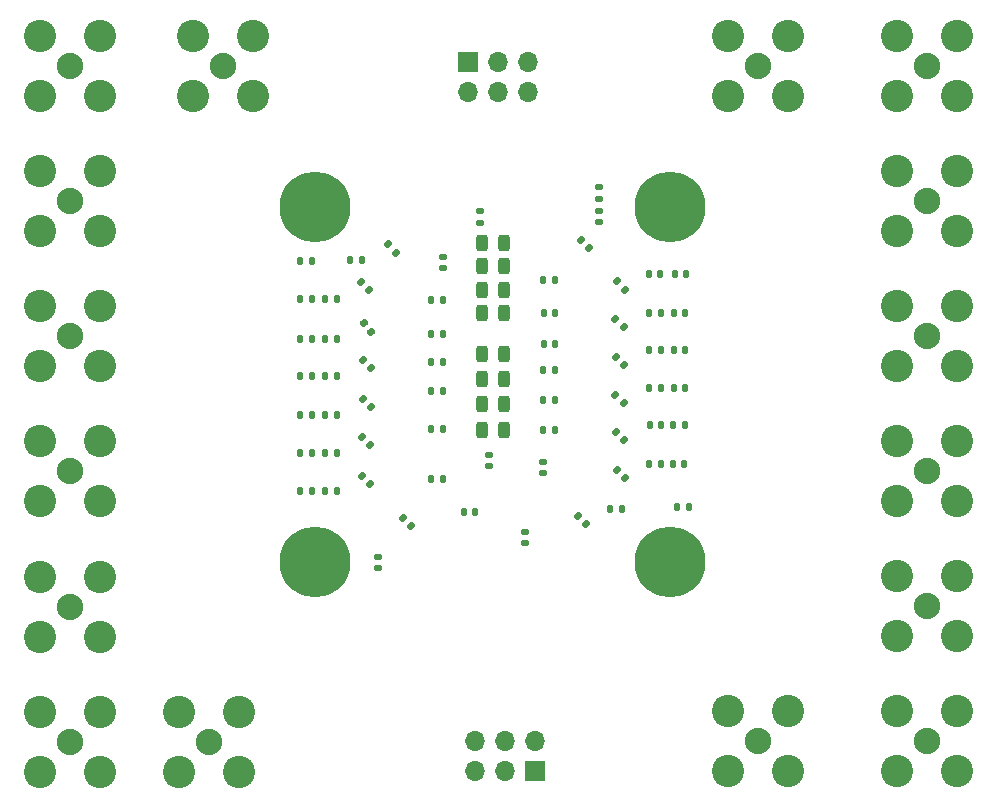
<source format=gbr>
%TF.GenerationSoftware,KiCad,Pcbnew,(6.0.1)*%
%TF.CreationDate,2022-02-22T23:19:08-05:00*%
%TF.ProjectId,sipm-linear-s14160,7369706d-2d6c-4696-9e65-61722d733134,rev?*%
%TF.SameCoordinates,Original*%
%TF.FileFunction,Soldermask,Bot*%
%TF.FilePolarity,Negative*%
%FSLAX46Y46*%
G04 Gerber Fmt 4.6, Leading zero omitted, Abs format (unit mm)*
G04 Created by KiCad (PCBNEW (6.0.1)) date 2022-02-22 23:19:08*
%MOMM*%
%LPD*%
G01*
G04 APERTURE LIST*
G04 Aperture macros list*
%AMRoundRect*
0 Rectangle with rounded corners*
0 $1 Rounding radius*
0 $2 $3 $4 $5 $6 $7 $8 $9 X,Y pos of 4 corners*
0 Add a 4 corners polygon primitive as box body*
4,1,4,$2,$3,$4,$5,$6,$7,$8,$9,$2,$3,0*
0 Add four circle primitives for the rounded corners*
1,1,$1+$1,$2,$3*
1,1,$1+$1,$4,$5*
1,1,$1+$1,$6,$7*
1,1,$1+$1,$8,$9*
0 Add four rect primitives between the rounded corners*
20,1,$1+$1,$2,$3,$4,$5,0*
20,1,$1+$1,$4,$5,$6,$7,0*
20,1,$1+$1,$6,$7,$8,$9,0*
20,1,$1+$1,$8,$9,$2,$3,0*%
G04 Aperture macros list end*
%ADD10C,2.240000*%
%ADD11C,2.740000*%
%ADD12C,6.000000*%
%ADD13RoundRect,0.147500X-0.172500X0.147500X-0.172500X-0.147500X0.172500X-0.147500X0.172500X0.147500X0*%
%ADD14RoundRect,0.147500X-0.147500X-0.172500X0.147500X-0.172500X0.147500X0.172500X-0.147500X0.172500X0*%
%ADD15RoundRect,0.147500X-0.226274X-0.017678X-0.017678X-0.226274X0.226274X0.017678X0.017678X0.226274X0*%
%ADD16RoundRect,0.147500X0.172500X-0.147500X0.172500X0.147500X-0.172500X0.147500X-0.172500X-0.147500X0*%
%ADD17RoundRect,0.147500X0.147500X0.172500X-0.147500X0.172500X-0.147500X-0.172500X0.147500X-0.172500X0*%
%ADD18RoundRect,0.147500X0.226274X0.017678X0.017678X0.226274X-0.226274X-0.017678X-0.017678X-0.226274X0*%
%ADD19RoundRect,0.243750X-0.243750X-0.456250X0.243750X-0.456250X0.243750X0.456250X-0.243750X0.456250X0*%
%ADD20RoundRect,0.147500X0.226954X-0.002111X0.037331X0.223872X-0.226954X0.002111X-0.037331X-0.223872X0*%
%ADD21R,1.700000X1.700000*%
%ADD22O,1.700000X1.700000*%
G04 APERTURE END LIST*
D10*
%TO.C,J13*%
X160740000Y-74470000D03*
D11*
X163280000Y-71930000D03*
X158200000Y-77010000D03*
X158200000Y-71930000D03*
X163280000Y-77010000D03*
%TD*%
D10*
%TO.C,J6*%
X220340000Y-97322000D03*
D11*
X217800000Y-99862000D03*
X217800000Y-94782000D03*
X222880000Y-94782000D03*
X222880000Y-99862000D03*
%TD*%
D10*
%TO.C,J8*%
X220350000Y-108748000D03*
D11*
X217810000Y-111288000D03*
X222890000Y-111288000D03*
X217810000Y-106208000D03*
X222890000Y-106208000D03*
%TD*%
D10*
%TO.C,J9*%
X147810000Y-108778000D03*
D11*
X145270000Y-106238000D03*
X145270000Y-111318000D03*
X150350000Y-106238000D03*
X150350000Y-111318000D03*
%TD*%
D10*
%TO.C,J2*%
X220340000Y-74470000D03*
D11*
X222880000Y-77010000D03*
X222880000Y-71930000D03*
X217800000Y-71930000D03*
X217800000Y-77010000D03*
%TD*%
D10*
%TO.C,J5*%
X147810000Y-85906000D03*
D11*
X150350000Y-88446000D03*
X150350000Y-83366000D03*
X145270000Y-83366000D03*
X145270000Y-88446000D03*
%TD*%
D12*
%TO.C,H3*%
X168590000Y-86410000D03*
%TD*%
D10*
%TO.C,J3*%
X147810000Y-74470000D03*
D11*
X150350000Y-71930000D03*
X150350000Y-77010000D03*
X145270000Y-77010000D03*
X145270000Y-71930000D03*
%TD*%
D10*
%TO.C,J10*%
X220370000Y-120174000D03*
D11*
X217830000Y-117634000D03*
X222910000Y-117634000D03*
X217830000Y-122714000D03*
X222910000Y-122714000D03*
%TD*%
D10*
%TO.C,J4*%
X220340000Y-85896000D03*
D11*
X217800000Y-83356000D03*
X222880000Y-83356000D03*
X222880000Y-88436000D03*
X217800000Y-88436000D03*
%TD*%
D12*
%TO.C,H4*%
X198590000Y-116410000D03*
%TD*%
D10*
%TO.C,J16*%
X206100000Y-131600000D03*
D11*
X203560000Y-129060000D03*
X208640000Y-129060000D03*
X208640000Y-134140000D03*
X203560000Y-134140000D03*
%TD*%
D10*
%TO.C,J11*%
X147810000Y-120214000D03*
D11*
X145270000Y-117674000D03*
X150350000Y-117674000D03*
X145270000Y-122754000D03*
X150350000Y-122754000D03*
%TD*%
D10*
%TO.C,J14*%
X220370000Y-131600000D03*
D11*
X222910000Y-129060000D03*
X222910000Y-134140000D03*
X217830000Y-129060000D03*
X217830000Y-134140000D03*
%TD*%
D12*
%TO.C,H2*%
X168590000Y-116410000D03*
%TD*%
D10*
%TO.C,J17*%
X159550000Y-131650000D03*
D11*
X157010000Y-134190000D03*
X162090000Y-134190000D03*
X157010000Y-129110000D03*
X162090000Y-129110000D03*
%TD*%
D10*
%TO.C,J12*%
X206100000Y-74420000D03*
D11*
X203560000Y-76960000D03*
X203560000Y-71880000D03*
X208640000Y-76960000D03*
X208640000Y-71880000D03*
%TD*%
D12*
%TO.C,H1*%
X198590000Y-86410000D03*
%TD*%
D10*
%TO.C,J15*%
X147810000Y-131650000D03*
D11*
X150350000Y-134190000D03*
X145270000Y-129110000D03*
X145270000Y-134190000D03*
X150350000Y-129110000D03*
%TD*%
D10*
%TO.C,J7*%
X147810000Y-97342000D03*
D11*
X150350000Y-99882000D03*
X150350000Y-94802000D03*
X145270000Y-94802000D03*
X145270000Y-99882000D03*
%TD*%
D13*
%TO.C,L13*%
X187880000Y-107945000D03*
X187880000Y-108915000D03*
%TD*%
%TO.C,R1*%
X182550000Y-86765000D03*
X182550000Y-87735000D03*
%TD*%
D14*
%TO.C,R38*%
X198952400Y-98455000D03*
X199922400Y-98455000D03*
%TD*%
%TO.C,R7*%
X199002400Y-92030000D03*
X199972400Y-92030000D03*
%TD*%
%TO.C,R81*%
X167315000Y-107200000D03*
X168285000Y-107200000D03*
%TD*%
%TO.C,R25*%
X167315000Y-97600000D03*
X168285000Y-97600000D03*
%TD*%
%TO.C,R49*%
X167315000Y-104000000D03*
X168285000Y-104000000D03*
%TD*%
D15*
%TO.C,R70*%
X191114106Y-89214106D03*
X191800000Y-89900000D03*
%TD*%
D14*
%TO.C,R94*%
X198835000Y-108150000D03*
X199805000Y-108150000D03*
%TD*%
D13*
%TO.C,L15*%
X186331001Y-113891000D03*
X186331001Y-114861000D03*
%TD*%
D14*
%TO.C,R52*%
X169415000Y-103980002D03*
X170385000Y-103980002D03*
%TD*%
%TO.C,L3*%
X187915000Y-98000000D03*
X188885000Y-98000000D03*
%TD*%
D16*
%TO.C,R59*%
X183250000Y-108335000D03*
X183250000Y-107365000D03*
%TD*%
D17*
%TO.C,R83*%
X197865000Y-104880000D03*
X196895000Y-104880000D03*
%TD*%
D18*
%TO.C,R42*%
X173300000Y-100000000D03*
X172614106Y-99314106D03*
%TD*%
D17*
%TO.C,R27*%
X197847400Y-95330000D03*
X196877400Y-95330000D03*
%TD*%
D16*
%TO.C,R15*%
X192600000Y-85685000D03*
X192600000Y-84715000D03*
%TD*%
D15*
%TO.C,R85*%
X194044453Y-105437053D03*
X194730347Y-106122947D03*
%TD*%
%TO.C,R10*%
X194144453Y-92687053D03*
X194830347Y-93372947D03*
%TD*%
D16*
%TO.C,L12*%
X179400000Y-91585000D03*
X179400000Y-90615000D03*
%TD*%
D19*
%TO.C,C1*%
X182725000Y-93400000D03*
X184600000Y-93400000D03*
%TD*%
D17*
%TO.C,L8*%
X179385000Y-102000000D03*
X178415000Y-102000000D03*
%TD*%
D19*
%TO.C,C40*%
X182725000Y-98833334D03*
X184600000Y-98833334D03*
%TD*%
D14*
%TO.C,L9*%
X187885000Y-105260000D03*
X188855000Y-105260000D03*
%TD*%
%TO.C,R6*%
X167315000Y-94200000D03*
X168285000Y-94200000D03*
%TD*%
D15*
%TO.C,R41*%
X194044453Y-99087053D03*
X194730347Y-99772947D03*
%TD*%
D20*
%TO.C,R30*%
X173311752Y-96971532D03*
X172688248Y-96228468D03*
%TD*%
D18*
%TO.C,R71*%
X175442947Y-90242947D03*
X174757053Y-89557053D03*
%TD*%
D19*
%TO.C,C14*%
X182725000Y-105233334D03*
X184600000Y-105233334D03*
%TD*%
D17*
%TO.C,L16*%
X182135000Y-112200000D03*
X181165000Y-112200000D03*
%TD*%
D14*
%TO.C,R28*%
X169415000Y-97565002D03*
X170385000Y-97565002D03*
%TD*%
%TO.C,L1*%
X187915000Y-95400000D03*
X188885000Y-95400000D03*
%TD*%
D19*
%TO.C,C41*%
X182725000Y-103100000D03*
X184600000Y-103100000D03*
%TD*%
D14*
%TO.C,L5*%
X187905000Y-100150000D03*
X188875000Y-100150000D03*
%TD*%
D18*
%TO.C,R86*%
X173242947Y-106542947D03*
X172557053Y-105857053D03*
%TD*%
%TO.C,R110*%
X176657947Y-113392947D03*
X175972053Y-112707053D03*
%TD*%
D14*
%TO.C,R93*%
X167315000Y-110400000D03*
X168285000Y-110400000D03*
%TD*%
D17*
%TO.C,L2*%
X179385000Y-94300000D03*
X178415000Y-94300000D03*
%TD*%
%TO.C,R39*%
X197847400Y-98455000D03*
X196877400Y-98455000D03*
%TD*%
D14*
%TO.C,R96*%
X169415000Y-110450000D03*
X170385000Y-110450000D03*
%TD*%
%TO.C,L7*%
X187875000Y-102710000D03*
X188845000Y-102710000D03*
%TD*%
D17*
%TO.C,R8*%
X197772400Y-92030000D03*
X196802400Y-92030000D03*
%TD*%
%TO.C,R95*%
X197845000Y-108150000D03*
X196875000Y-108150000D03*
%TD*%
D14*
%TO.C,L11*%
X187895000Y-92600000D03*
X188865000Y-92600000D03*
%TD*%
%TO.C,R69*%
X171565000Y-90890000D03*
X172535000Y-90890000D03*
%TD*%
%TO.C,R84*%
X169415000Y-107210000D03*
X170385000Y-107210000D03*
%TD*%
D17*
%TO.C,L10*%
X179385000Y-105220000D03*
X178415000Y-105220000D03*
%TD*%
D21*
%TO.C,J18*%
X187200000Y-134100000D03*
D22*
X187200000Y-131560000D03*
X184660000Y-134100000D03*
X184660000Y-131560000D03*
X182120000Y-134100000D03*
X182120000Y-131560000D03*
%TD*%
D19*
%TO.C,C12*%
X182725000Y-89400000D03*
X184600000Y-89400000D03*
%TD*%
D15*
%TO.C,R29*%
X193994453Y-95837053D03*
X194680347Y-96522947D03*
%TD*%
%TO.C,R53*%
X193994453Y-102287053D03*
X194680347Y-102972947D03*
%TD*%
D19*
%TO.C,C11*%
X182725000Y-95400000D03*
X184600000Y-95400000D03*
%TD*%
D21*
%TO.C,J1*%
X181475000Y-74125000D03*
D22*
X181475000Y-76665000D03*
X184015000Y-74125000D03*
X184015000Y-76665000D03*
X186555000Y-74125000D03*
X186555000Y-76665000D03*
%TD*%
D14*
%TO.C,R37*%
X167315000Y-100700000D03*
X168285000Y-100700000D03*
%TD*%
%TO.C,R9*%
X169415000Y-94165002D03*
X170385000Y-94165002D03*
%TD*%
D18*
%TO.C,R54*%
X173342947Y-103342947D03*
X172657053Y-102657053D03*
%TD*%
D17*
%TO.C,L4*%
X179385000Y-97160000D03*
X178415000Y-97160000D03*
%TD*%
D14*
%TO.C,R14*%
X167315000Y-91000000D03*
X168285000Y-91000000D03*
%TD*%
D19*
%TO.C,C10*%
X182725000Y-91400000D03*
X184600000Y-91400000D03*
%TD*%
D18*
%TO.C,R11*%
X173142947Y-93442947D03*
X172457053Y-92757053D03*
%TD*%
D19*
%TO.C,C39*%
X182725000Y-100966667D03*
X184600000Y-100966667D03*
%TD*%
D15*
%TO.C,R109*%
X190832054Y-112557053D03*
X191517948Y-113242947D03*
%TD*%
D17*
%TO.C,R107*%
X194516001Y-111976000D03*
X193546001Y-111976000D03*
%TD*%
%TO.C,L14*%
X179385000Y-109450000D03*
X178415000Y-109450000D03*
%TD*%
%TO.C,R51*%
X197842400Y-101670000D03*
X196872400Y-101670000D03*
%TD*%
D14*
%TO.C,R106*%
X199215000Y-111800000D03*
X200185000Y-111800000D03*
%TD*%
%TO.C,R82*%
X198895000Y-104820000D03*
X199865000Y-104820000D03*
%TD*%
D15*
%TO.C,R97*%
X194094453Y-108637053D03*
X194780347Y-109322947D03*
%TD*%
D14*
%TO.C,R40*%
X169415000Y-100730002D03*
X170385000Y-100730002D03*
%TD*%
D16*
%TO.C,R105*%
X173900000Y-116985000D03*
X173900000Y-116015000D03*
%TD*%
D18*
%TO.C,R98*%
X173242947Y-109842947D03*
X172557053Y-109157053D03*
%TD*%
D14*
%TO.C,R50*%
X198922400Y-101700000D03*
X199892400Y-101700000D03*
%TD*%
%TO.C,R26*%
X198952400Y-95355000D03*
X199922400Y-95355000D03*
%TD*%
D13*
%TO.C,R68*%
X192600000Y-86715000D03*
X192600000Y-87685000D03*
%TD*%
D17*
%TO.C,L6*%
X179385000Y-99500000D03*
X178415000Y-99500000D03*
%TD*%
M02*

</source>
